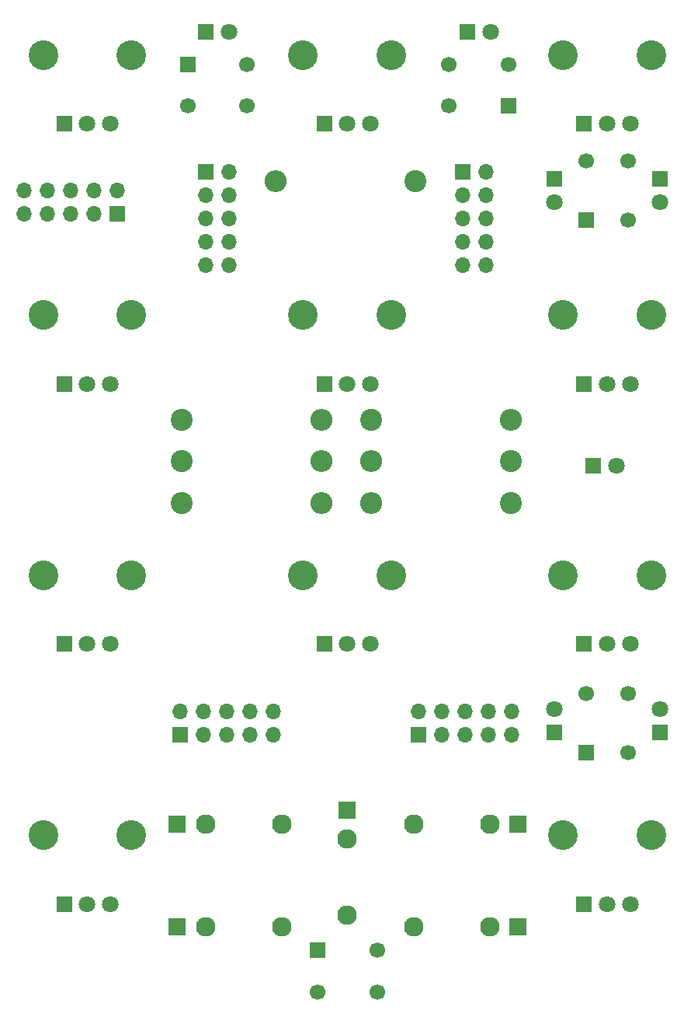
<source format=gbr>
%TF.GenerationSoftware,KiCad,Pcbnew,7.0.1*%
%TF.CreationDate,2023-10-25T20:50:30-07:00*%
%TF.ProjectId,daisy_ampsim_euro_pcb,64616973-795f-4616-9d70-73696d5f6575,rev?*%
%TF.SameCoordinates,Original*%
%TF.FileFunction,Soldermask,Bot*%
%TF.FilePolarity,Negative*%
%FSLAX46Y46*%
G04 Gerber Fmt 4.6, Leading zero omitted, Abs format (unit mm)*
G04 Created by KiCad (PCBNEW 7.0.1) date 2023-10-25 20:50:30*
%MOMM*%
%LPD*%
G01*
G04 APERTURE LIST*
%ADD10C,2.400000*%
%ADD11O,2.400000X2.400000*%
%ADD12R,1.700000X1.700000*%
%ADD13C,1.700000*%
%ADD14R,1.800000X1.800000*%
%ADD15C,1.800000*%
%ADD16R,1.830000X1.930000*%
%ADD17C,2.130000*%
%ADD18C,3.240000*%
%ADD19R,1.930000X1.830000*%
%ADD20O,1.700000X1.700000*%
G04 APERTURE END LIST*
D10*
%TO.C,R1*%
X87620000Y-63000000D03*
D11*
X72380000Y-63000000D03*
%TD*%
D12*
%TO.C,SW2*%
X97750000Y-54750000D03*
D13*
X91250000Y-54750000D03*
X97750000Y-50250000D03*
X91250000Y-50250000D03*
%TD*%
D10*
%TO.C,R2*%
X82750000Y-89000000D03*
D11*
X97990000Y-89000000D03*
%TD*%
D14*
%TO.C,D7*%
X102750000Y-123025000D03*
D15*
X102750000Y-120485000D03*
%TD*%
D12*
%TO.C,SW1*%
X62750000Y-50250000D03*
D13*
X69250000Y-50250000D03*
X62750000Y-54750000D03*
X69250000Y-54750000D03*
%TD*%
D16*
%TO.C,J1*%
X61600000Y-133000000D03*
D17*
X73000000Y-133000000D03*
X64700000Y-133000000D03*
%TD*%
D18*
%TO.C,RV3*%
X103700000Y-49225000D03*
X113300000Y-49225000D03*
D14*
X106000000Y-56725000D03*
D15*
X108500000Y-56725000D03*
X111000000Y-56725000D03*
%TD*%
D14*
%TO.C,D5*%
X106975000Y-94000000D03*
D15*
X109515000Y-94000000D03*
%TD*%
D10*
%TO.C,R7*%
X62130000Y-98000000D03*
D11*
X77370000Y-98000000D03*
%TD*%
D10*
%TO.C,R4*%
X97990000Y-98000000D03*
D11*
X82750000Y-98000000D03*
%TD*%
D18*
%TO.C,RV7*%
X47000000Y-105891666D03*
X56600000Y-105891666D03*
D14*
X49300000Y-113391666D03*
D15*
X51800000Y-113391666D03*
X54300000Y-113391666D03*
%TD*%
D16*
%TO.C,J6*%
X98780000Y-144150000D03*
D17*
X87380000Y-144150000D03*
X95680000Y-144150000D03*
%TD*%
D18*
%TO.C,RV8*%
X75350000Y-105891666D03*
X84950000Y-105891666D03*
D14*
X77650000Y-113391666D03*
D15*
X80150000Y-113391666D03*
X82650000Y-113391666D03*
%TD*%
D14*
%TO.C,D4*%
X114250000Y-62725000D03*
D15*
X114250000Y-65265000D03*
%TD*%
D18*
%TO.C,RV11*%
X103700000Y-134225000D03*
X113300000Y-134225000D03*
D14*
X106000000Y-141725000D03*
D15*
X108500000Y-141725000D03*
X111000000Y-141725000D03*
%TD*%
D18*
%TO.C,RV2*%
X75350000Y-49225000D03*
X84950000Y-49225000D03*
D14*
X77650000Y-56725000D03*
D15*
X80150000Y-56725000D03*
X82650000Y-56725000D03*
%TD*%
D14*
%TO.C,D6*%
X114250000Y-123025000D03*
D15*
X114250000Y-120485000D03*
%TD*%
D18*
%TO.C,RV5*%
X75350000Y-77558333D03*
X84950000Y-77558333D03*
D14*
X77650000Y-85058333D03*
D15*
X80150000Y-85058333D03*
X82650000Y-85058333D03*
%TD*%
D14*
%TO.C,D1*%
X64725000Y-46750000D03*
D15*
X67265000Y-46750000D03*
%TD*%
D18*
%TO.C,RV10*%
X47000000Y-134225000D03*
X56600000Y-134225000D03*
D14*
X49300000Y-141725000D03*
D15*
X51800000Y-141725000D03*
X54300000Y-141725000D03*
%TD*%
D14*
%TO.C,D2*%
X93225000Y-46750000D03*
D15*
X95765000Y-46750000D03*
%TD*%
D18*
%TO.C,RV4*%
X47000000Y-77558333D03*
X56600000Y-77558333D03*
D14*
X49300000Y-85058333D03*
D15*
X51800000Y-85058333D03*
X54300000Y-85058333D03*
%TD*%
D14*
%TO.C,D3*%
X102750000Y-62725000D03*
D15*
X102750000Y-65265000D03*
%TD*%
D16*
%TO.C,J2*%
X61600000Y-144150000D03*
D17*
X73000000Y-144150000D03*
X64700000Y-144150000D03*
%TD*%
D10*
%TO.C,R3*%
X97990000Y-93500000D03*
D11*
X82750000Y-93500000D03*
%TD*%
D19*
%TO.C,J3*%
X80150000Y-131464794D03*
D17*
X80150000Y-142864794D03*
X80150000Y-134564794D03*
%TD*%
D18*
%TO.C,RV1*%
X47000000Y-49225000D03*
X56600000Y-49225000D03*
D14*
X49300000Y-56725000D03*
D15*
X51800000Y-56725000D03*
X54300000Y-56725000D03*
%TD*%
D16*
%TO.C,J5*%
X98780000Y-133000000D03*
D17*
X87380000Y-133000000D03*
X95680000Y-133000000D03*
%TD*%
D18*
%TO.C,RV6*%
X103700000Y-77558333D03*
X113300000Y-77558333D03*
D14*
X106000000Y-85058333D03*
D15*
X108500000Y-85058333D03*
X111000000Y-85058333D03*
%TD*%
D12*
%TO.C,SW4*%
X106250000Y-125250000D03*
D13*
X106250000Y-118750000D03*
X110750000Y-125250000D03*
X110750000Y-118750000D03*
%TD*%
D10*
%TO.C,R6*%
X62130000Y-93500000D03*
D11*
X77370000Y-93500000D03*
%TD*%
D18*
%TO.C,RV9*%
X103700000Y-105891666D03*
X113300000Y-105891666D03*
D14*
X106000000Y-113391666D03*
D15*
X108500000Y-113391666D03*
X111000000Y-113391666D03*
%TD*%
D12*
%TO.C,SW3*%
X106250000Y-67250000D03*
D13*
X106250000Y-60750000D03*
X110750000Y-67250000D03*
X110750000Y-60750000D03*
%TD*%
D12*
%TO.C,SW5*%
X76900000Y-146750000D03*
D13*
X83400000Y-146750000D03*
X76900000Y-151250000D03*
X83400000Y-151250000D03*
%TD*%
D10*
%TO.C,R5*%
X62130000Y-89000000D03*
D11*
X77370000Y-89000000D03*
%TD*%
D12*
%TO.C,J_D1*%
X92730000Y-61920000D03*
D20*
X95270000Y-61920000D03*
X92730000Y-64460000D03*
X95270000Y-64460000D03*
X92730000Y-67000000D03*
X95270000Y-67000000D03*
X92730000Y-69540000D03*
X95270000Y-69540000D03*
X92730000Y-72080000D03*
X95270000Y-72080000D03*
%TD*%
D12*
%TO.C,J_B1*%
X61920000Y-123270000D03*
D20*
X61920000Y-120730000D03*
X64460000Y-123270000D03*
X64460000Y-120730000D03*
X67000000Y-123270000D03*
X67000000Y-120730000D03*
X69540000Y-123270000D03*
X69540000Y-120730000D03*
X72080000Y-123270000D03*
X72080000Y-120730000D03*
%TD*%
D12*
%TO.C,J4*%
X55080000Y-66540000D03*
D20*
X55080000Y-64000000D03*
X52540000Y-66540000D03*
X52540000Y-64000000D03*
X50000000Y-66540000D03*
X50000000Y-64000000D03*
X47460000Y-66540000D03*
X47460000Y-64000000D03*
X44920000Y-66540000D03*
X44920000Y-64000000D03*
%TD*%
D12*
%TO.C,J_A1*%
X64730000Y-61920000D03*
D20*
X67270000Y-61920000D03*
X64730000Y-64460000D03*
X67270000Y-64460000D03*
X64730000Y-67000000D03*
X67270000Y-67000000D03*
X64730000Y-69540000D03*
X67270000Y-69540000D03*
X64730000Y-72080000D03*
X67270000Y-72080000D03*
%TD*%
D12*
%TO.C,J_C1*%
X87920000Y-123270000D03*
D20*
X87920000Y-120730000D03*
X90460000Y-123270000D03*
X90460000Y-120730000D03*
X93000000Y-123270000D03*
X93000000Y-120730000D03*
X95540000Y-123270000D03*
X95540000Y-120730000D03*
X98080000Y-123270000D03*
X98080000Y-120730000D03*
%TD*%
M02*

</source>
